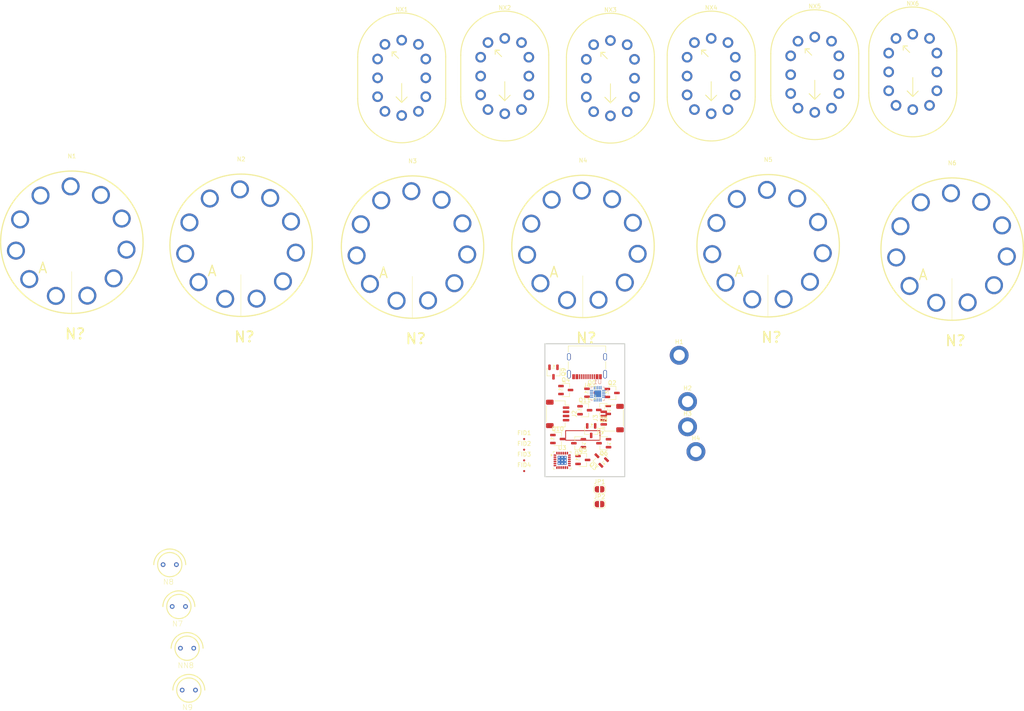
<source format=kicad_pcb>
(kicad_pcb (version 20241229) (generator "pcbnew") (generator_version "9.0")
  (layers (0 "F.Cu" signal) (2 "B.Cu" signal) (13 "F.Paste" user) (15 "B.Paste" user) (5 "F.SilkS" user "F.Silkscreen") (7 "B.SilkS" user "B.Silkscreen") (1 "F.Mask" user) (3 "B.Mask" user) (25 "Edge.Cuts" user))
  (net 0 "")
  (net 13 "INT_GATE")
  (net 14 "Net-(JP1-B)")
  (net 15 "EXT_GATE")
  (net 16 "CATH1")
  (net 17 "CATH4")
  (net 18 "CATH2")
  (net 19 "CATH8")
  (net 20 "CATH0")
  (net 21 "CATH5")
  (net 22 "CATH3")
  (net 23 "CATH7")
  (net 24 "CATH6")
  (net 25 "CATH9")
  (net 26 "+5V")
  (net 110 "DIG_0")
  (net 111 "DIG_1")
  (net 122 "DIG_2")
  (net 123 "GND")
  (net 126 "DIG_3")
  (net 136 "DIG_4")
  (net 137 "DIG_5")
  (net 138 "DIG_6")
  (net 139 "DIG_7")
  (net 140 "DIG_8")
  (net 141 "DIG_9")
  (net 142 "DIG_AUX")
  (net 143 "CATHAUX")
  (net 144 "CATHDP")
  (net 145 "DIG_DP")
  (net 146 "PROGRAM")
  (net 147 "Net-(N1-PadA)")
  (net 148 "Net-(N2-PadA)")
  (net 149 "Net-(N3-PadA)")
  (net 150 "Net-(N4-PadA)")
  (net 151 "Net-(N5-PadA)")
  (net 152 "Net-(N6-PadA)")
  (net 189 "Net-(J4-GND-PadA1)")
  (net 191 "Net-(J4-VBUS-PadA4)")
  (footprint "NIXIE:IN-12A Nixie" (layer "F.Cu") (at 236.7534 39.3192)
    (property "Reference" "NX6" (at 0 -16.327 0) (layer "F.SilkS"))
    (property "Value" "IN-12BORIGINAL")
    (pad "" np_thru_hole circle (at 0 0) (size 2.54 2.54) (drill 5) (layers "*.Cu" "*.Mask"))
    (pad "1" thru_hole circle (at -4 -8) (size 2.54 2.54) (drill 1.55) (layers "*.Cu" "*.Mask"))
    (pad "2" thru_hole circle (at -5.74999 -4.5) (size 2.54 2.54) (drill 1.55) (layers "*.Cu" "*.Mask"))
    (pad "3" thru_hole circle (at -5.75 0) (size 2.54 2.54) (drill 1.55) (layers "*.Cu" "*.Mask"))
    (pad "4" thru_hole circle (at -5.75 4.5) (size 2.54 2.54) (drill 1.55) (layers "*.Cu" "*.Mask"))
    (pad "5" thru_hole circle (at -4 8) (size 2.54 2.54) (drill 1.55) (layers "*.Cu" "*.Mask"))
    (pad "6" thru_hole circle (at 0 9) (size 2.54 2.54) (drill 1.55) (layers "*.Cu" "*.Mask"))
    (pad "7" thru_hole circle (at 4 8) (size 2.54 2.54) (drill 1.55) (layers "*.Cu" "*.Mask"))
    (pad "8" thru_hole circle (at 5.75 4.5) (size 2.54 2.54) (drill 1.55) (layers "*.Cu" "*.Mask"))
    (pad "9" thru_hole circle (at 5.75 0) (size 2.54 2.54) (drill 1.55) (layers "*.Cu" "*.Mask"))
    (pad "10" thru_hole circle (at 5.75 -4.5) (size 2.54 2.54) (drill 1.55) (layers "*.Cu" "*.Mask"))
    (pad "11" thru_hole circle (at 4 -8) (size 2.54 2.54) (drill 1.55) (layers "*.Cu" "*.Mask"))
    (pad "12" thru_hole circle (at 0 -9) (size 2.54 2.54) (drill 1.55) (layers "*.Cu" "*.Mask"))
  )
  (footprint "Connector_USB:USB_C_Receptacle_Palconn_UTC16-G" (layer "F.Cu") (at 159 109.598858 180)
    (property "Reference" "J4" (at 0 -4.58 0) (layer "F.SilkS"))
    (property "Value" "USB_C_Receptacle_USB2.0_14P")
    (pad "" np_thru_hole circle (at -2.89 -1.45) (size 0.6 0.6) (drill 0.6) (layers "*.Cu" "*.Mask"))
    (pad "" np_thru_hole circle (at 2.89 -1.45) (size 0.6 0.6) (drill 0.6) (layers "*.Cu" "*.Mask"))
    (pad "A1" smd rect (at -3.2 -2.51 180) (size 0.6 1.16) (layers "F.Cu" "F.Mask" "F.Paste") (net 189 "Net-(J4-GND-PadA1)"))
    (pad "A4" smd rect (at -2.4 -2.51 180) (size 0.6 1.16) (layers "F.Cu" "F.Mask" "F.Paste") (net 191 "Net-(J4-VBUS-PadA4)"))
    (pad "A5" smd rect (at -1.249999 -2.51) (size 0.3 1.16) (layers "F.Cu" "F.Mask" "F.Paste"))
    (pad "A6" smd rect (at -0.25 -2.51) (size 0.3 1.16) (layers "F.Cu" "F.Mask" "F.Paste"))
    (pad "A7" smd rect (at 0.25 -2.51) (size 0.3 1.16) (layers "F.Cu" "F.Mask" "F.Paste"))
    (pad "A8" smd rect (at 1.249999 -2.51) (size 0.3 1.16) (layers "F.Cu" "F.Mask" "F.Paste"))
    (pad "A9" smd rect (at 2.4 -2.51 180) (size 0.6 1.16) (layers "F.Cu" "F.Mask" "F.Paste") (net 191 "Net-(J4-VBUS-PadA4)"))
    (pad "A12" smd rect (at 3.2 -2.51 180) (size 0.6 1.16) (layers "F.Cu" "F.Mask" "F.Paste") (net 189 "Net-(J4-GND-PadA1)"))
    (pad "B1" smd rect (at 3.2 -2.51 180) (size 0.6 1.16) (layers "F.Cu" "F.Mask" "F.Paste") (net 189 "Net-(J4-GND-PadA1)"))
    (pad "B4" smd rect (at 2.4 -2.51 180) (size 0.6 1.16) (layers "F.Cu" "F.Mask" "F.Paste") (net 191 "Net-(J4-VBUS-PadA4)"))
    (pad "B5" smd rect (at 1.75 -2.51) (size 0.3 1.16) (layers "F.Cu" "F.Mask" "F.Paste"))
    (pad "B6" smd rect (at 0.75 -2.51) (size 0.3 1.16) (layers "F.Cu" "F.Mask" "F.Paste"))
    (pad "B7" smd rect (at -0.75 -2.51) (size 0.3 1.16) (layers "F.Cu" "F.Mask" "F.Paste"))
    (pad "B8" smd rect (at -1.75 -2.51) (size 0.3 1.16) (layers "F.Cu" "F.Mask" "F.Paste"))
    (pad "B9" smd rect (at -2.4 -2.51 180) (size 0.6 1.16) (layers "F.Cu" "F.Mask" "F.Paste") (net 191 "Net-(J4-VBUS-PadA4)"))
    (pad "B12" smd rect (at -3.2 -2.51 180) (size 0.6 1.16) (layers "F.Cu" "F.Mask" "F.Paste") (net 189 "Net-(J4-GND-PadA1)"))
    (pad "S1" thru_hole oval (at -4.32 -1.93 270) (size 2 0.9) (drill oval 1.7 0.6) (property pad_prop_heatsink) (layers "*.Cu" "*.Mask"))
    (pad "S1" thru_hole oval (at -4.32 2.24 270) (size 1.7 0.9) (drill oval 1.4 0.6) (property pad_prop_heatsink) (layers "*.Cu" "*.Mask"))
    (pad "S1" thru_hole oval (at 4.32 -1.93 270) (size 2 0.9) (drill oval 1.7 0.6) (property pad_prop_heatsink) (layers "*.Cu" "*.Mask"))
    (pad "S1" thru_hole oval (at 4.32 2.24 270) (size 1.7 0.9) (drill oval 1.4 0.6) (property pad_prop_heatsink) (layers "*.Cu" "*.Mask"))
  )
  (footprint "Connector_JST:JST_SH_SM04B-SRSS-TB_1x04-1MP_P1.00mm_Horizontal" (layer "F.Cu") (at 152 121 -90)
    (property "Reference" "J2" (at 0 -3.98 90) (layer "F.SilkS"))
    (property "Value" "Conn_01x04")
    (pad "1" smd roundrect (at -1.5 -2 270) (size 0.6 1.55) (layers "F.Cu" "F.Mask" "F.Paste"))
    (pad "2" smd roundrect (at -0.5 -2 270) (size 0.6 1.55) (layers "F.Cu" "F.Mask" "F.Paste"))
    (pad "3" smd roundrect (at 0.5 -2 270) (size 0.6 1.55) (layers "F.Cu" "F.Mask" "F.Paste"))
    (pad "4" smd roundrect (at 1.5 -2 270) (size 0.6 1.55) (layers "F.Cu" "F.Mask" "F.Paste"))
    (pad "MP" smd roundrect (at -2.8 1.875 270) (size 1.2 1.8) (layers "F.Cu" "F.Mask" "F.Paste") (roundrect_rratio 0.208333))
    (pad "MP" smd roundrect (at 2.8 1.875 270) (size 1.2 1.8) (layers "F.Cu" "F.Mask" "F.Paste") (roundrect_rratio 0.208333))
  )
  (footprint "NIXIE:IN-1_NIXIE_v1" (layer "F.Cu") (at 246.1072 81.636)
    (property "Reference" "N6" (at 0.05 -20.55 0) (layer "F.SilkS"))
    (property "Value" "IN-1")
    (fp_text user "N?" (at -1.8 23.35 0) (layer "F.SilkS") (effects (font (size 2.5 2.5) (thickness 0.4)) (justify left bottom)))
    (fp_text user "A" (at -8.15 7.6 0) (layer "F.SilkS") (effects (font (size 2.5 2.5) (thickness 0.3)) (justify left bottom)))
    (pad "" np_thru_hole circle (at -0.120884 -0.011758 283) (size 0.1 0.1) (drill 9) (layers "*.Cu" "*.Mask"))
    (pad "0" thru_hole circle (at -10.117567 8.806764 193) (size 4.3 4.3) (drill 3.2) (layers "*.Cu" "*.Mask"))
    (pad "1" thru_hole circle (at 3.747899 12.744908 193) (size 4.3 4.3) (drill 3.2) (layers "*.Cu" "*.Mask"))
    (pad "2" thru_hole circle (at 10.030522 8.628207 193) (size 4.3 4.3) (drill 3.2) (layers "*.Cu" "*.Mask"))
    (pad "3" thru_hole circle (at 13.090141 1.768373 193) (size 4.3 4.3) (drill 3.2) (layers "*.Cu" "*.Mask"))
    (pad "4" thru_hole circle (at 11.955346 -5.656641 193) (size 4.3 4.3) (drill 3.2) (layers "*.Cu" "*.Mask"))
    (pad "5" thru_hole circle (at 6.986427 -11.28944 193) (size 4.3 4.3) (drill 3.2) (layers "*.Cu" "*.Mask"))
    (pad "6" thru_hole circle (at -0.239016 -13.34165 193) (size 4.3 4.3) (drill 3.2) (layers "*.Cu" "*.Mask"))
    (pad "7" thru_hole circle (at -7.426952 -11.161706 193) (size 4.3 4.3) (drill 3.2) (layers "*.Cu" "*.Mask"))
    (pad "8" thru_hole circle (at -12.29526 -5.441726 193) (size 4.3 4.3) (drill 3.2) (layers "*.Cu" "*.Mask"))
    (pad "9" thru_hole circle (at -13.298282 2.002234 193) (size 4.3 4.3) (drill 3.2) (layers "*.Cu" "*.Mask"))
    (pad "A" thru_hole circle (at -3.76297 12.811472 193) (size 4.3 4.3) (drill 3.2) (layers "*.Cu" "*.Mask") (net 152 "Net-(N6-PadA)"))
  )
  (footprint "NIXIE:IN-12A Nixie" (layer "F.Cu") (at 213.36 39.9796)
    (property "Reference" "NX5" (at 0 -16.327 0) (layer "F.SilkS"))
    (property "Value" "IN-12BORIGINAL")
    (pad "" np_thru_hole circle (at 0 0) (size 2.54 2.54) (drill 5) (layers "*.Cu" "*.Mask"))
    (pad "1" thru_hole circle (at -4 -8) (size 2.54 2.54) (drill 1.55) (layers "*.Cu" "*.Mask"))
    (pad "2" thru_hole circle (at -5.74999 -4.5) (size 2.54 2.54) (drill 1.55) (layers "*.Cu" "*.Mask"))
    (pad "3" thru_hole circle (at -5.75 0) (size 2.54 2.54) (drill 1.55) (layers "*.Cu" "*.Mask"))
    (pad "4" thru_hole circle (at -5.75 4.5) (size 2.54 2.54) (drill 1.55) (layers "*.Cu" "*.Mask"))
    (pad "5" thru_hole circle (at -4 8) (size 2.54 2.54) (drill 1.55) (layers "*.Cu" "*.Mask"))
    (pad "6" thru_hole circle (at 0 9) (size 2.54 2.54) (drill 1.55) (layers "*.Cu" "*.Mask"))
    (pad "7" thru_hole circle (at 4 8) (size 2.54 2.54) (drill 1.55) (layers "*.Cu" "*.Mask"))
    (pad "8" thru_hole circle (at 5.75 4.5) (size 2.54 2.54) (drill 1.55) (layers "*.Cu" "*.Mask"))
    (pad "9" thru_hole circle (at 5.75 0) (size 2.54 2.54) (drill 1.55) (layers "*.Cu" "*.Mask"))
    (pad "10" thru_hole circle (at 5.75 -4.5) (size 2.54 2.54) (drill 1.55) (layers "*.Cu" "*.Mask"))
    (pad "11" thru_hole circle (at 4 -8) (size 2.54 2.54) (drill 1.55) (layers "*.Cu" "*.Mask"))
    (pad "12" thru_hole circle (at 0 -9) (size 2.54 2.54) (drill 1.55) (layers "*.Cu" "*.Mask"))
  )
  (footprint "Jumper:SolderJumper-2_P1.3mm_Open_RoundedPad1.0x1.5mm" (layer "F.Cu") (at 162 139)
    (property "Reference" "JP1" (at 0 -1.8 0) (layer "F.SilkS"))
    (property "Value" "TH_THERM_JMP")
    (pad "1" smd custom (at -0.65 0) (size 1 0.5) (layers "F.Cu" "F.Mask") (net 13 "INT_GATE") (options (clearance outline) (anchor rect)) (primitives (gr_circle (center 0 0.25) (end 0.5 0.25) (width 0) (fill yes)) (gr_circle (center 0 -0.25) (end 0.5 -0.25) (width 0) (fill yes)) (gr_poly (pts (xy 0.5 0.75) (xy 0 0.75) (xy 0 -0.75) (xy 0.5 -0.75)) (width 0) (fill yes))))
    (pad "2" smd custom (at 0.65 0) (size 1 0.5) (layers "F.Cu" "F.Mask") (net 14 "Net-(JP1-B)") (options (clearance outline) (anchor rect)) (primitives (gr_circle (center 0 0.25) (end 0.5 0.25) (width 0) (fill yes)) (gr_circle (center 0 -0.25) (end 0.5 -0.25) (width 0) (fill yes)) (gr_poly (pts (xy 0 0.75) (xy -0.5 0.75) (xy -0.5 -0.75) (xy 0 -0.75)) (width 0) (fill yes))))
  )
  (footprint "Fiducial:Fiducial_0.5mm_Mask1mm" (layer "F.Cu") (at 144 129.55)
    (property "Reference" "FID2" (at 0 -1.45 0) (layer "F.SilkS"))
    (property "Value" "Fiducial")
    (pad "" smd circle (at 0 0) (size 0.5 0.5) (layers "F.Cu" "F.Mask") (clearance 0.35))
  )
  (footprint "nixies-us:nixies-us-IN-3" (layer "F.Cu") (at 63.5537 176.9598)
    (property "Reference" "NN8" (at -0.3175 4.1275 0) (layer "F.SilkS") (effects (font (size 1.27 1.27) (thickness 0.1016))))
    (property "Value" "IN-3")
    (pad "A" thru_hole circle (at -1.5875 0) (size 1.10744 1.10744) (drill 0.59944) (layers "*.Cu" "*.Mask"))
    (pad "K" thru_hole circle (at 1.5875 0) (size 1.10744 1.10744) (drill 0.59944) (layers "*.Cu" "*.Mask"))
  )
  (footprint "NIXIE:IN-1_NIXIE_v1" (layer "F.Cu") (at 36 80)
    (property "Reference" "N1" (at 0.05 -20.55 0) (layer "F.SilkS"))
    (property "Value" "IN-1")
    (fp_text user "A" (at -8.15 7.6 0) (layer "F.SilkS") (effects (font (size 2.5 2.5) (thickness 0.3)) (justify left bottom)))
    (fp_text user "N?" (at -1.8 23.35 0) (layer "F.SilkS") (effects (font (size 2.5 2.5) (thickness 0.4)) (justify left bottom)))
    (pad "" np_thru_hole circle (at -0.120884 -0.011758 283) (size 0.1 0.1) (drill 9) (layers "*.Cu" "*.Mask"))
    (pad "0" thru_hole circle (at -10.117567 8.806764 193) (size 4.3 4.3) (drill 3.2) (layers "*.Cu" "*.Mask") (net 20 "CATH0"))
    (pad "1" thru_hole circle (at 3.747899 12.744908 193) (size 4.3 4.3) (drill 3.2) (layers "*.Cu" "*.Mask") (net 16 "CATH1"))
    (pad "2" thru_hole circle (at 10.030522 8.628207 193) (size 4.3 4.3) (drill 3.2) (layers "*.Cu" "*.Mask") (net 18 "CATH2"))
    (pad "3" thru_hole circle (at 13.090141 1.768373 193) (size 4.3 4.3) (drill 3.2) (layers "*.Cu" "*.Mask") (net 22 "CATH3"))
    (pad "4" thru_hole circle (at 11.955346 -5.656641 193) (size 4.3 4.3) (drill 3.2) (layers "*.Cu" "*.Mask") (net 17 "CATH4"))
    (pad "5" thru_hole circle (at 6.986427 -11.28944 193) (size 4.3 4.3) (drill 3.2) (layers "*.Cu" "*.Mask") (net 21 "CATH5"))
    (pad "6" thru_hole circle (at -0.239016 -13.34165 193) (size 4.3 4.3) (drill 3.2) (layers "*.Cu" "*.Mask") (net 24 "CATH6"))
    (pad "7" thru_hole circle (at -7.426952 -11.161706 193) (size 4.3 4.3) (drill 3.2) (layers "*.Cu" "*.Mask") (net 23 "CATH7"))
    (pad "8" thru_hole circle (at -12.29526 -5.441726 193) (size 4.3 4.3) (drill 3.2) (layers "*.Cu" "*.Mask") (net 19 "CATH8"))
    (pad "9" thru_hole circle (at -13.298282 2.002234 193) (size 4.3 4.3) (drill 3.2) (layers "*.Cu" "*.Mask") (net 25 "CATH9"))
    (pad "A" thru_hole circle (at -3.76297 12.811472 193) (size 4.3 4.3) (drill 3.2) (layers "*.Cu" "*.Mask") (net 147 "Net-(N1-PadA)"))
  )
  (footprint "Package_TO_SOT_SMD:SOT-23-3" (layer "F.Cu") (at 158 132)
    (property "Reference" "Q5" (at 0 -2.4 0) (layer "F.SilkS"))
    (property "Value" "Q_NMOS")
    (pad "1" smd roundrect (at -1.1375 -0.95) (size 1.325 0.6) (layers "F.Cu" "F.Mask" "F.Paste") (net 137 "DIG_5"))
    (pad "2" smd roundrect (at -1.1375 0.95) (size 1.325 0.6) (layers "F.Cu" "F.Mask" "F.Paste") (net 123 "GND"))
    (pad "3" smd roundrect (at 1.1375 0) (size 1.325 0.6) (layers "F.Cu" "F.Mask" "F.Paste") (net 21 "CATH5"))
  )
  (footprint "NIXIE:IN-12A Nixie" (layer "F.Cu") (at 139.3698 40.3098)
    (property "Reference" "NX2" (at 0 -16.327 0) (layer "F.SilkS"))
    (property "Value" "IN-12BORIGINAL")
    (pad "" np_thru_hole circle (at 0 0) (size 2.54 2.54) (drill 5) (layers "*.Cu" "*.Mask"))
    (pad "1" thru_hole circle (at -4 -8) (size 2.54 2.54) (drill 1.55) (layers "*.Cu" "*.Mask"))
    (pad "2" thru_hole circle (at -5.74999 -4.5) (size 2.54 2.54) (drill 1.55) (layers "*.Cu" "*.Mask"))
    (pad "3" thru_hole circle (at -5.75 0) (size 2.54 2.54) (drill 1.55) (layers "*.Cu" "*.Mask"))
    (pad "4" thru_hole circle (at -5.75 4.5) (size 2.54 2.54) (drill 1.55) (layers "*.Cu" "*.Mask"))
    (pad "5" thru_hole circle (at -4 8) (size 2.54 2.54) (drill 1.55) (layers "*.Cu" "*.Mask"))
    (pad "6" thru_hole circle (at 0 9) (size 2.54 2.54) (drill 1.55) (layers "*.Cu" "*.Mask"))
    (pad "7" thru_hole circle (at 4 8) (size 2.54 2.54) (drill 1.55) (layers "*.Cu" "*.Mask"))
    (pad "8" thru_hole circle (at 5.75 4.5) (size 2.54 2.54) (drill 1.55) (layers "*.Cu" "*.Mask"))
    (pad "9" thru_hole circle (at 5.75 0) (size 2.54 2.54) (drill 1.55) (layers "*.Cu" "*.Mask"))
    (pad "10" thru_hole circle (at 5.75 -4.5) (size 2.54 2.54) (drill 1.55) (layers "*.Cu" "*.Mask"))
    (pad "11" thru_hole circle (at 4 -8) (size 2.54 2.54) (drill 1.55) (layers "*.Cu" "*.Mask"))
    (pad "12" thru_hole circle (at 0 -9) (size 2.54 2.54) (drill 1.55) (layers "*.Cu" "*.Mask"))
  )
  (footprint "Fiducial:Fiducial_0.5mm_Mask1mm" (layer "F.Cu") (at 144 127)
    (property "Reference" "FID1" (at 0 -1.45 0) (layer "F.SilkS"))
    (property "Value" "Fiducial")
    (pad "" smd circle (at 0 0) (size 0.5 0.5) (layers "F.Cu" "F.Mask") (clearance 0.35))
  )
  (footprint "Jumper:SolderJumper-2_P1.3mm_Open_RoundedPad1.0x1.5mm" (layer "F.Cu") (at 162 142.55)
    (property "Reference" "JP2" (at 0 -1.8 0) (layer "F.SilkS"))
    (property "Value" "TH_THERM_JMP")
    (pad "1" smd custom (at -0.65 0) (size 1 0.5) (layers "F.Cu" "F.Mask") (net 15 "EXT_GATE") (options (clearance outline) (anchor rect)) (primitives (gr_circle (center 0 0.25) (end 0.5 0.25) (width 0) (fill yes)) (gr_circle (center 0 -0.25) (end 0.5 -0.25) (width 0) (fill yes)) (gr_poly (pts (xy 0.5 0.75) (xy 0 0.75) (xy 0 -0.75) (xy 0.5 -0.75)) (width 0) (fill yes))))
    (pad "2" smd custom (at 0.65 0) (size 1 0.5) (layers "F.Cu" "F.Mask") (net 14 "Net-(JP1-B)") (options (clearance outline) (anchor rect)) (primitives (gr_circle (center 0 0.25) (end 0.5 0.25) (width 0) (fill yes)) (gr_circle (center 0 -0.25) (end 0.5 -0.25) (width 0) (fill yes)) (gr_poly (pts (xy 0 0.75) (xy -0.5 0.75) (xy -0.5 -0.75) (xy 0 -0.75)) (width 0) (fill yes))))
  )
  (footprint "MountingHole:MountingHole_2.7mm_M2.5_ISO7380_Pad_TopBottom" (layer "F.Cu") (at 181 107)
    (property "Reference" "H1" (at 0 -3.2 0) (layer "F.SilkS"))
    (property "Value" "MountingHole")
    (pad "1" thru_hole circle (at 0 0) (size 3.1 3.1) (drill 2.7) (layers "*.Cu" "*.Mask"))
    (pad "1" connect circle (at 0 0) (size 4.5 4.5) (layers "F.Cu" "F.Mask"))
    (pad "1" connect circle (at 0 0) (size 4.5 4.5) (layers "B.Cu" "B.Mask"))
  )
  (footprint "Package_TO_SOT_SMD:SOT-23-3" (layer "F.Cu") (at 162.940929 120.054139 180)
    (property "Reference" "Q8" (at 0 -2.4 0) (layer "F.SilkS"))
    (property "Value" "Q_NMOS")
    (pad "1" smd roundrect (at -1.1375 -0.949999 180) (size 1.325 0.6) (layers "F.Cu" "F.Mask" "F.Paste") (net 140 "DIG_8"))
    (pad "2" smd roundrect (at -1.1375 0.949999 180) (size 1.325 0.6) (layers "F.Cu" "F.Mask" "F.Paste") (net 123 "GND"))
    (pad "3" smd roundrect (at 1.1375 0 180) (size 1.325 0.6) (layers "F.Cu" "F.Mask" "F.Paste") (net 19 "CATH8"))
  )
  (footprint "Package_TO_SOT_SMD:SOT-23-3" (layer "F.Cu") (at 162.177743 131.799561 135)
    (property "Reference" "Q3" (at 0 -2.4 135) (layer "F.SilkS"))
    (property "Value" "Q_NMOS")
    (pad "1" smd roundrect (at -1.1375 -0.949999 135) (size 1.325 0.6) (layers "F.Cu" "F.Mask" "F.Paste") (net 126 "DIG_3"))
    (pad "2" smd roundrect (at -1.1375 0.949999 135) (size 1.325 0.6) (layers "F.Cu" "F.Mask" "F.Paste") (net 123 "GND"))
    (pad "3" smd roundrect (at 1.1375 0 135) (size 1.325 0.6) (layers "F.Cu" "F.Mask" "F.Paste") (net 22 "CATH3"))
  )
  (footprint "nixies-us:nixies-us-IN-3" (layer "F.Cu") (at 63.9662 186.9598)
    (property "Reference" "N9" (at -0.3175 4.1275 0) (layer "F.SilkS") (effects (font (size 1.27 1.27) (thickness 0.1016))))
    (property "Value" "IN-3")
    (pad "A" thru_hole circle (at -1.5875 0) (size 1.10744 1.10744) (drill 0.59944) (layers "*.Cu" "*.Mask"))
    (pad "K" thru_hole circle (at 1.5875 0) (size 1.10744 1.10744) (drill 0.59944) (layers "*.Cu" "*.Mask"))
  )
  (footprint "MountingHole:MountingHole_2.7mm_M2.5_ISO7380_Pad_TopBottom" (layer "F.Cu") (at 185 130)
    (property "Reference" "H4" (at 0 -3.2 0) (layer "F.SilkS"))
    (property "Value" "MountingHole")
    (pad "1" thru_hole circle (at 0 0) (size 3.1 3.1) (drill 2.7) (layers "*.Cu" "*.Mask"))
    (pad "1" connect circle (at 0 0) (size 4.5 4.5) (layers "F.Cu" "F.Mask"))
    (pad "1" connect circle (at 0 0) (size 4.5 4.5) (layers "B.Cu" "B.Mask"))
  )
  (footprint "Package_TO_SOT_SMD:SOT-23-3" (layer "F.Cu") (at 152 127)
    (property "Reference" "Q10" (at 0 -2.4 0) (layer "F.SilkS"))
    (property "Value" "Q_NMOS")
    (pad "1" smd roundrect (at -1.1375 -0.95) (size 1.325 0.6) (layers "F.Cu" "F.Mask" "F.Paste") (net 142 "DIG_AUX"))
    (pad "2" smd roundrect (at -1.1375 0.95) (size 1.325 0.6) (layers "F.Cu" "F.Mask" "F.Paste") (net 123 "GND"))
    (pad "3" smd roundrect (at 1.1375 0) (size 1.325 0.6) (layers "F.Cu" "F.Mask" "F.Paste") (net 143 "CATHAUX"))
  )
  (footprint "Package_TO_SOT_SMD:SOT-23-3" (layer "F.Cu") (at 151 111 -90)
    (property "Reference" "Q9" (at 0 -2.4 90) (layer "F.SilkS"))
    (property "Value" "Q_NMOS")
    (pad "1" smd roundrect (at -1.1375 -0.949999 270) (size 1.325 0.6) (layers "F.Cu" "F.Mask" "F.Paste") (net 141 "DIG_9"))
    (pad "2" smd roundrect (at -1.1375 0.949999 270) (size 1.325 0.6) (layers "F.Cu" "F.Mask" "F.Paste") (net 123 "GND"))
    (pad "3" smd roundrect (at 1.1375 0 270) (size 1.325 0.6) (layers "F.Cu" "F.Mask" "F.Paste") (net 25 "CATH9"))
  )
  (footprint "NIXIE:IN-1_NIXIE_v1" (layer "F.Cu") (at 202.1876 80.836)
    (property "Reference" "N5" (at 0.05 -20.55 0) (layer "F.SilkS"))
    (property "Value" "IN-1")
    (fp_text user "N?" (at -1.8 23.35 0) (layer "F.SilkS") (effects (font (size 2.5 2.5) (thickness 0.4)) (justify left bottom)))
    (fp_text user "A" (at -8.15 7.6 0) (layer "F.SilkS") (effects (font (size 2.5 2.5) (thickness 0.3)) (justify left bottom)))
    (pad "" np_thru_hole circle (at -0.120884 -0.011758 283) (size 0.1 0.1) (drill 9) (layers "*.Cu" "*.Mask"))
    (pad "0" thru_hole circle (at -10.117567 8.806764 193) (size 4.3 4.3) (drill 3.2) (layers "*.Cu" "*.Mask"))
    (pad "1" thru_hole circle (at 3.747899 12.744908 193) (size 4.3 4.3) (drill 3.2) (layers "*.Cu" "*.Mask"))
    (pad "2" thru_hole circle (at 10.030522 8.628207 193) (size 4.3 4.3) (drill 3.2) (layers "*.Cu" "*.Mask"))
    (pad "3" thru_hole circle (at 13.090141 1.768373 193) (size 4.3 4.3) (drill 3.2) (layers "*.Cu" "*.Mask"))
    (pad "4" thru_hole circle (at 11.955346 -5.656641 193) (size 4.3 4.3) (drill 3.2) (layers "*.Cu" "*.Mask"))
    (pad "5" thru_hole circle (at 6.986427 -11.28944 193) (size 4.3 4.3) (drill 3.2) (layers "*.Cu" "*.Mask"))
    (pad "6" thru_hole circle (at -0.239016 -13.34165 193) (size 4.3 4.3) (drill 3.2) (layers "*.Cu" "*.Mask"))
    (pad "7" thru_hole circle (at -7.426952 -11.161706 193) (size 4.3 4.3) (drill 3.2) (layers "*.Cu" "*.Mask"))
    (pad "8" thru_hole circle (at -12.29526 -5.441726 193) (size 4.3 4.3) (drill 3.2) (layers "*.Cu" "*.Mask"))
    (pad "9" thru_hole circle (at -13.298282 2.002234 193) (size 4.3 4.3) (drill 3.2) (layers "*.Cu" "*.Mask"))
    (pad "A" thru_hole circle (at -3.76297 12.811472 193) (size 4.3 4.3) (drill 3.2) (layers "*.Cu" "*.Mask") (net 151 "Net-(N5-PadA)"))
  )
  (footprint "nixies-us:nixies-us-IN-3" (layer "F.Cu") (at 59.4125 157)
    (property "Reference" "N8" (at -0.3175 4.1275 0) (layer "F.SilkS") (effects (font (size 1.27 1.27) (thickness 0.1016))))
    (property "Value" "IN-3")
    (pad "A" thru_hole circle (at -1.5875 0) (size 1.10744 1.10744) (drill 0.59944) (layers "*.Cu" "*.Mask"))
    (pad "K" thru_hole circle (at 1.5875 0) (size 1.10744 1.10744) (drill 0.59944) (layers "*.Cu" "*.Mask"))
  )
  (footprint "Connector_JST:JST_SH_SM04B-SRSS-TB_1x04-1MP_P1.00mm_Horizontal" (layer "F.Cu") (at 165 122 90)
    (property "Reference" "J3" (at 0 -3.98 90) (layer "F.SilkS"))
    (property "Value" "Conn_01x04")
    (pad "1" smd roundrect (at -1.5 -2 90) (size 0.6 1.55) (layers "F.Cu" "F.Mask" "F.Paste"))
    (pad "2" smd roundrect (at -0.5 -2 90) (size 0.6 1.55) (layers "F.Cu" "F.Mask" "F.Paste"))
    (pad "3" smd roundrect (at 0.5 -2 90) (size 0.6 1.55) (layers "F.Cu" "F.Mask" "F.Paste"))
    (pad "4" smd roundrect (at 1.5 -2 90) (size 0.6 1.55) (layers "F.Cu" "F.Mask" "F.Paste"))
    (pad "MP" smd roundrect (at -2.8 1.875 90) (size 1.2 1.8) (layers "F.Cu" "F.Mask" "F.Paste") (roundrect_rratio 0.208333))
    (pad "MP" smd roundrect (at 2.8 1.875 90) (size 1.2 1.8) (layers "F.Cu" "F.Mask" "F.Paste") (roundrect_rratio 0.208333))
  )
  (footprint "NIXIE:IN-1_NIXIE_v1" (layer "F.Cu") (at 158 81)
    (property "Reference" "N4" (at 0.05 -20.55 0) (layer "F.SilkS"))
    (property "Value" "IN-1")
    (fp_text user "N?" (at -1.8 23.35 0) (layer "F.SilkS") (effects (font (size 2.5 2.5) (thickness 0.4)) (justify left bottom)))
    (fp_text user "A" (at -8.15 7.6 0) (layer "F.SilkS") (effects (font (size 2.5 2.5) (thickness 0.3)) (justify left bottom)))
    (pad "" np_thru_hole circle (at -0.120884 -0.011758 283) (size 0.1 0.1) (drill 9) (layers "*.Cu" "*.Mask"))
    (pad "0" thru_hole circle (at -10.117567 8.806764 193) (size 4.3 4.3) (drill 3.2) (layers "*.Cu" "*.Mask"))
    (pad "1" thru_hole circle (at 3.747899 12.744908 193) (size 4.3 4.3) (drill 3.2) (layers "*.Cu" "*.Mask"))
    (pad "2" thru_hole circle (at 10.030522 8.628207 193) (size 4.3 4.3) (drill 3.2) (layers "*.Cu" "*.Mask"))
    (pad "3" thru_hole circle (at 13.090141 1.768373 193) (size 4.3 4.3) (drill 3.2) (layers "*.Cu" "*.Mask"))
    (pad "4" thru_hole circle (at 11.955346 -5.656641 193) (size 4.3 4.3) (drill 3.2) (layers "*.Cu" "*.Mask"))
    (pad "5" thru_hole circle (at 6.986427 -11.28944 193) (size 4.3 4.3) (drill 3.2) (layers "*.Cu" "*.Mask"))
    (pad "6" thru_hole circle (at -0.239016 -13.34165 193) (size 4.3 4.3) (drill 3.2) (layers "*.Cu" "*.Mask"))
    (pad "7" thru_hole circle (at -7.426952 -11.161706 193) (size 4.3 4.3) (drill 3.2) (layers "*.Cu" "*.Mask"))
    (pad "8" thru_hole circle (at -12.29526 -5.441726 193) (size 4.3 4.3) (drill 3.2) (layers "*.Cu" "*.Mask"))
    (pad "9" thru_hole circle (at -13.298282 2.002234 193) (size 4.3 4.3) (drill 3.2) (layers "*.Cu" "*.Mask"))
    (pad "A" thru_hole circle (at -3.76297 12.811472 193) (size 4.3 4.3) (drill 3.2) (layers "*.Cu" "*.Mask") (net 150 "Net-(N4-PadA)"))
  )
  (footprint "NIXIE:IN-12A Nixie" (layer "F.Cu") (at 188.6458 40.3098)
    (property "Reference" "NX4" (at 0 -16.327 0) (layer "F.SilkS"))
    (property "Value" "IN-12BORIGINAL")
    (pad "" np_thru_hole circle (at 0 0) (size 2.54 2.54) (drill 5) (layers "*.Cu" "*.Mask"))
    (pad "1" thru_hole circle (at -4 -8) (size 2.54 2.54) (drill 1.55) (layers "*.Cu" "*.Mask"))
    (pad "2" thru_hole circle (at -5.74999 -4.5) (size 2.54 2.54) (drill 1.55) (layers "*.Cu" "*.Mask"))
    (pad "3" thru_hole circle (at -5.75 0) (size 2.54 2.54) (drill 1.55) (layers "*.Cu" "*.Mask"))
    (pad "4" thru_hole circle (at -5.75 4.5) (size 2.54 2.54) (drill 1.55) (layers "*.Cu" "*.Mask"))
    (pad "5" thru_hole circle (at -4 8) (size 2.54 2.54) (drill 1.55) (layers "*.Cu" "*.Mask"))
    (pad "6" thru_hole circle (at 0 9) (size 2.54 2.54) (drill 1.55) (layers "*.Cu" "*.Mask"))
    (pad "7" thru_hole circle (at 4 8) (size 2.54 2.54) (drill 1.55) (layers "*.Cu" "*.Mask"))
    (pad "8" thru_hole circle (at 5.75 4.5) (size 2.54 2.54) (drill 1.55) (layers "*.Cu" "*.Mask"))
    (pad "9" thru_hole circle (at 5.75 0) (size 2.54 2.54) (drill 1.55) (layers "*.Cu" "*.Mask"))
    (pad "10" thru_hole circle (at 5.75 -4.5) (size 2.54 2.54) (drill 1.55) (layers "*.Cu" "*.Mask"))
    (pad "11" thru_hole circle (at 4 -8) (size 2.54 2.54) (drill 1.55) (layers "*.Cu" "*.Mask"))
    (pad "12" thru_hole circle (at 0 -9) (size 2.54 2.54) (drill 1.55) (layers "*.Cu" "*.Mask"))
  )
  (footprint "Package_TO_SOT_SMD:SOT-23-3" (layer "F.Cu") (at 160.1375 115.95)
    (property "Reference" "Q0" (at 0 -2.4 0) (layer "F.SilkS"))
    (property "Value" "Q_NMOS")
    (pad "1" smd roundrect (at -1.1375 -0.95) (size 1.325 0.6) (layers "F.Cu" "F.Mask" "F.Paste") (net 110 "DIG_0"))
    (pad "2" smd roundrect (at -1.1375 0.95) (size 1.325 0.6) (layers "F.Cu" "F.Mask" "F.Paste") (net 123 "GND"))
    (pad "3" smd roundrect (at 1.1375 0) (size 1.325 0.6) (layers "F.Cu" "F.Mask" "F.Paste") (net 20 "CATH0"))
  )
  (footprint "Package_DFN_QFN:TQFN-24-1EP_4x4mm_P0.5mm_EP2.1x2.1mm_ThermalVias" (layer "F.Cu") (at 153.072398 132.100509)
    (property "Reference" "U3" (at 0 -3 0) (layer "F.SilkS"))
    (property "Value" "~")
    (pad "1" smd custom (at -1.7125 -1.25) (size 0.222721 0.222721) (layers "F.Cu" "F.Mask" "F.Paste") (options (clearance outline) (anchor circle)) (primitives (gr_poly (pts (xy -0.2525 -0.09) (xy 0.122292 -0.09) (xy 0.2525 0.040208) (xy 0.2525 0.09) (xy -0.2525 0.09)) (width 0.17) (fill yes))))
    (pad "2" smd roundrect (at -1.7125 -0.75) (size 0.675 0.35) (layers "F.Cu" "F.Mask" "F.Paste"))
    (pad "3" smd roundrect (at -1.7125 -0.25) (size 0.675 0.35) (layers "F.Cu" "F.Mask" "F.Paste"))
    (pad "4" smd roundrect (at -1.7125 0.25) (size 0.675 0.35) (layers "F.Cu" "F.Mask" "F.Paste"))
    (pad "5" smd roundrect (at -1.7125 0.75) (size 0.675 0.35) (layers "F.Cu" "F.Mask" "F.Paste"))
    (pad "6" smd custom (at -1.7125 1.25) (size 0.222721 0.222721) (layers "F.Cu" "F.Mask" "F.Paste") (options (clearance outline) (anchor circle)) (primitives (gr_poly (pts (xy -0.2525 -0.09) (xy 0.2525 -0.09) (xy 0.2525 -0.040208) (xy 0.122292 0.09) (xy -0.2525 0.09)) (width 0.17) (fill yes))))
    (pad "7" smd custom (at -1.25 1.7125) (size 0.222721 0.222721) (layers "F.Cu" "F.Mask" "F.Paste") (options (clearance outline) (anchor circle)) (primitives (gr_poly (pts (xy -0.09 -0.122292) (xy 0.040208 -0.2525) (xy 0.09 -0.2525) (xy 0.09 0.2525) (xy -0.09 0.2525)) (width 0.17) (fill yes))))
    (pad "8" smd roundrect (at -0.75 1.7125) (size 0.35 0.675) (layers "F.Cu" "F.Mask" "F.Paste"))
    (pad "9" smd roundrect (at -0.25 1.7125) (size 0.35 0.675) (layers "F.Cu" "F.Mask" "F.Paste"))
    (pad "10" smd roundrect (at 0.25 1.7125) (size 0.35 0.675) (layers "F.Cu" "F.Mask" "F.Paste"))
    (pad "11" smd roundrect (at 0.75 1.7125) (size 0.35 0.675) (layers "F.Cu" "F.Mask" "F.Paste"))
    (pad "12" smd custom (at 1.25 1.7125) (size 0.222721 0.222721) (layers "F.Cu" "F.Mask" "F.Paste") (options (clearance outline) (anchor circle)) (primitives (gr_poly (pts (xy -0.09 -0.2525) (xy -0.040208 -0.2525) (xy 0.09 -0.122292) (xy 0.09 0.2525) (xy -0.09 0.2525)) (width 0.17) (fill yes))))
    (pad "13" smd custom (at 1.7125 1.25) (size 0.222721 0.222721) (layers "F.Cu" "F.Mask" "F.Paste") (options (clearance outline) (anchor circle)) (primitives (gr_poly (pts (xy -0.2525 -0.09) (xy 0.2525 -0.09) (xy 0.2525 0.09) (xy -0.122292 0.09) (xy -0.2525 -0.040208)) (width 0.17) (fill yes))))
    (pad "14" smd roundrect (at 1.7125 0.75) (size 0.675 0.35) (layers "F.Cu" "F.Mask" "F.Paste"))
    (pad "15" smd roundrect (at 1.7125 0.25) (size 0.675 0.35) (layers "F.Cu" "F.Mask" "F.Paste"))
    (pad "16" smd roundrect (at 1.7125 -0.25) (size 0.675 0.35) (layers "F.Cu" "F.Mask" "F.Paste"))
    (pad "17" smd roundrect (at 1.7125 -0.75) (size 0.675 0.35) (layers "F.Cu" "F.Mask" "F.Paste"))
    (pad "18" smd custom (at 1.7125 -1.25) (size 0.222721 0.222721) (layers "F.Cu" "F.Mask" "F.Paste") (options (clearance outline) (anchor circle)) (primitives (gr_poly (pts (xy -0.2525 0.040208) (xy -0.122292 -0.09) (xy 0.2525 -0.09) (xy 0.2525 0.09) (xy -0.2525 0.09)) (width 0.17) (fill yes))))
    (pad "19" smd custom (at 1.25 -1.7125) (size 0.222721 0.222721) (layers "F.Cu" "F.Mask" "F.Paste") (options (clearance outline) (anchor circle)) (primitives (gr_poly (pts (xy -0.09 -0.2525) (xy 0.09 -0.2525) (xy 0.09 0.122292) (xy -0.040208 0.2525) (xy -0.09 0.2525)) (width 0.17) (fill yes))))
    (pad "20" smd roundrect (at 0.75 -1.7125) (size 0.35 0.675) (layers "F.Cu" "F.Mask" "F.Paste"))
    (pad "21" smd roundrect (at 0.25 -1.7125) (size 0.35 0.675) (layers "F.Cu" "F.Mask" "F.Paste"))
    (pad "22" smd roundrect (at -0.25 -1.7125) (size 0.35 0.675) (layers "F.Cu" "F.Mask" "F.Paste"))
    (pad "23" smd roundrect (at -0.75 -1.7125) (size 0.35 0.675) (layers "F.Cu" "F.Mask" "F.Paste"))
    (pad "24" smd custom (at -1.25 -1.7125) (size 0.222721 0.222721) (layers "F.Cu" "F.Mask" "F.Paste") (options (clearance outline) (anchor circle)) (primitives (gr_poly (pts (xy -0.09 -0.2525) (xy 0.09 -0.2525) (xy 0.09 0.2525) (xy 0.040208 0.2525) (xy -0.09 0.122292)) (width 0.17) (fill yes))))
    (pad "25" thru_hole circle (at -0.75 -0.75) (size 0.6 0.6) (drill 0.3) (property pad_prop_heatsink) (layers "*.Cu"))
    (pad "25" thru_hole circle (at -0.75 0) (size 0.6 0.6) (drill 0.3) (property pad_prop_heatsink) (layers "*.Cu"))
    (pad "25" thru_hole circle (at -0.75 0.75) (size 0.6 0.6) (drill 0.3) (property pad_prop_heatsink) (layers "*.Cu"))
    (pad "25" thru_hole circle (at 0 -0.75) (size 0.6 0.6) (drill 0.3) (property pad_prop_heatsink) (layers "*.Cu"))
    (pad "25" thru_hole circle (at 0 0) (size 0.6 0.6) (drill 0.3) (property pad_prop_heatsink) (layers "*.Cu"))
    (pad "25" smd rect (at 0 0) (size 2.1 2.1) (property pad_prop_heatsink) (layers "F.Cu" "F.Mask"))
    (pad "25" smd rect (at 0 0) (size 2.1 2.1) (property pad_prop_heatsink) (layers "B.Cu"))
    (pad "25" thru_hole circle (at 0 0.75) (size 0.6 0.6) (drill 0.3) (property pad_prop_heatsink) (layers "*.Cu"))
    (pad "25" thru_hole circle (at 0.75 -0.75) (size 0.6 0.6) (drill 0.3) (property pad_prop_heatsink) (layers "*.Cu"))
    (pad "25" thru_hole circle (at 0.75 0) (size 0.6 0.6) (drill 0.3) (property pad_prop_heatsink) (layers "*.Cu"))
    (pad "25" thru_hole circle (at 0.75 0.75) (size 0.6 0.6) (drill 0.3) (property pad_prop_heatsink) (layers "*.Cu"))
  )
  (footprint "NIXIE:IN-1_NIXIE_v1" (layer "F.Cu") (at 76.4032 80.7212)
    (property "Reference" "N2" (at 0.05 -20.55 0) (layer "F.SilkS"))
    (property "Value" "IN-1")
    (fp_text user "A" (at -8.15 7.6 0) (layer "F.SilkS") (effects (font (size 2.5 2.5) (thickness 0.3)) (justify left bottom)))
    (fp_text user "N?" (at -1.8 23.35 0) (layer "F.SilkS") (effects (font (size 2.5 2.5) (thickness 0.4)) (justify left bottom)))
    (pad "" np_thru_hole circle (at -0.120884 -0.011758 283) (size 0.1 0.1) (drill 9) (layers "*.Cu" "*.Mask"))
    (pad "0" thru_hole circle (at -10.117567 8.806764 193) (size 4.3 4.3) (drill 3.2) (layers "*.Cu" "*.Mask") (net 20 "CATH0"))
    (pad "1" thru_hole circle (at 3.747899 12.744908 193) (size 4.3 4.3) (drill 3.2) (layers "*.Cu" "*.Mask") (net 16 "CATH1"))
    (pad "2" thru_hole circle (at 10.030522 8.628207 193) (size 4.3 4.3) (drill 3.2) (layers "*.Cu" "*.Mask") (net 18 "CATH2"))
    (pad "3" thru_hole circle (at 13.090141 1.768373 193) (size 4.3 4.3) (drill 3.2) (layers "*.Cu" "*.Mask") (net 22 "CATH3"))
    (pad "4" thru_hole circle (at 11.955346 -5.656641 193) (size 4.3 4.3) (drill 3.2) (layers "*.Cu" "*.Mask") (net 17 "CATH4"))
    (pad "5" thru_hole circle (at 6.986427 -11.28944 193) (size 4.3 4.3) (drill 3.2) (layers "*.Cu" "*.Mask") (net 21 "CATH5"))
    (pad "6" thru_hole circle (at -0.239016 -13.34165 193) (size 4.3 4.3) (drill 3.2) (layers "*.Cu" "*.Mask") (net 24 "CATH6"))
    (pad "7" thru_hole circle (at -7.426952 -11.161706 193) (size 4.3 4.3) (drill 3.2) (layers "*.Cu" "*.Mask") (net 23 "CATH7"))
    (pad "8" thru_hole circle (at -12.29526 -5.441726 193) (size 4.3 4.3) (drill 3.2) (layers "*.Cu" "*.Mask") (net 19 "CATH8"))
    (pad "9" thru_hole circle (at -13.298282 2.002234 193) (size 4.3 4.3) (drill 3.2) (layers "*.Cu" "*.Mask") (net 25 "CATH9"))
    (pad "A" thru_hole circle (at -3.76297 12.811472 193) (size 4.3 4.3) (drill 3.2) (layers "*.Cu" "*.Mask") (net 148 "Net-(N2-PadA)"))
  )
  (footprint "Package_TO_SOT_SMD:SOT-23-3" (layer "F.Cu") (at 153.929722 115.297511)
    (property "Reference" "Q4" (at 0 -2.4 0) (layer "F.SilkS"))
    (property "Value" "Q_NMOS")
    (pad "1" smd roundrect (at -1.1375 -0.949999) (size 1.325 0.6) (layers "F.Cu" "F.Mask" "F.Paste") (net 136 "DIG_4"))
    (pad "2" smd roundrect (at -1.1375 0.949999) (size 1.325 0.6) (layers "F.Cu" "F.Mask" "F.Paste") (net 123 "GND"))
    (pad "3" smd roundrect (at 1.1375 0) (size 1.325 0.6) (layers "F.Cu" "F.Mask" "F.Paste") (net 17 "CATH4"))
  )
  (footprint "Package_TO_SOT_SMD:SOT-23-3" (layer "F.Cu") (at 160 125 -90)
    (property "Reference" "Q1" (at 0 -2.4 90) (layer "F.SilkS"))
    (property "Value" "Q_NMOS")
    (pad "1" smd roundrect (at -1.1375 -0.949999 270) (size 1.325 0.6) (layers "F.Cu" "F.Mask" "F.Paste") (net 111 "DIG_1"))
    (pad "2" smd roundrect (at -1.1375 0.949999 270) (size 1.325 0.6) (layers "F.Cu" "F.Mask" "F.Paste") (net 123 "GND"))
    (pad "3" smd roundrect (at 1.1375 0 270) (size 1.325 0.6) (layers "F.Cu" "F.Mask" "F.Paste") (net 16 "CATH1"))
  )
  (footprint "Fiducial:Fiducial_0.5mm_Mask1mm" (layer "F.Cu") (at 144 132.1)
    (property "Reference" "FID3" (at 0 -1.45 0) (layer "F.SilkS"))
    (property "Value" "Fiducial")
    (pad "" smd circle (at 0 0) (size 0.5 0.5) (layers "F.Cu" "F.Mask") (clearance 0.35))
  )
  (footprint "Package_TO_SOT_SMD:SOT-23-3" (layer "F.Cu") (at 158.475 120.125)
    (property "Reference" "Q11" (at 0 -2.4 0) (layer "F.SilkS"))
    (property "Value" "Q_NMOS")
    (pad "1" smd roundrect (at -1.1375 -0.95) (size 1.325 0.6) (layers "F.Cu" "F.Mask" "F.Paste") (net 145 "DIG_DP"))
    (pad "2" smd roundrect (at -1.1375 0.95) (size 1.325 0.6) (layers "F.Cu" "F.Mask" "F.Paste") (net 123 "GND"))
    (pad "3" smd roundrect (at 1.1375 0) (size 1.325 0.6) (layers "F.Cu" "F.Mask" "F.Paste") (net 144 "CATHDP"))
  )
  (footprint "Package_TO_SOT_SMD:SOT-23-3" (layer "F.Cu") (at 165 116)
    (property "Reference" "Q2" (at 0 -2.4 0) (layer "F.SilkS"))
    (property "Value" "Q_NMOS")
    (pad "1" smd roundrect (at -1.1375 -0.95) (size 1.325 0.6) (layers "F.Cu" "F.Mask" "F.Paste") (net 122 "DIG_2"))
    (pad "2" smd roundrect (at -1.1375 0.95) (size 1.325 0.6) (layers "F.Cu" "F.Mask" "F.Paste") (net 123 "GND"))
    (pad "3" smd roundrect (at 1.1375 0) (size 1.325 0.6) (layers "F.Cu" "F.Mask" "F.Paste") (net 18 "CATH2"))
  )
  (footprint "Package_TO_SOT_SMD:SOT-23-3" (layer "F.Cu") (at 163 128 180)
    (property "Reference" "Q6" (at 0 -2.4 0) (layer "F.SilkS"))
    (property "Value" "Q_NMOS")
    (pad "1" smd roundrect (at -1.1375 -0.949999 180) (size 1.325 0.6) (layers "F.Cu" "F.Mask" "F.Paste") (net 138 "DIG_6"))
    (pad "2" smd roundrect (at -1.1375 0.949999 180) (size 1.325 0.6) (layers "F.Cu" "F.Mask" "F.Paste") (net 123 "GND"))
    (pad "3" smd roundrect (at 1.1375 0 180) (size 1.325 0.6) (layers "F.Cu" "F.Mask" "F.Paste") (net 24 "CATH6"))
  )
  (footprint "NIXIE:IN-12A Nixie" (layer "F.Cu") (at 114.773 40.7374)
    (property "Reference" "NX1" (at 0 -16.327 0) (layer "F.SilkS"))
    (property "Value" "IN-12BORIGINAL")
    (pad "" np_thru_hole circle (at 0 0) (size 2.54 2.54) (drill 5) (layers "*.Cu" "*.Mask"))
    (pad "1" thru_hole circle (at -4 -8) (size 2.54 2.54) (drill 1.55) (layers "*.Cu" "*.Mask") (net 16 "CATH1"))
    (pad "2" thru_hole circle (at -5.74999 -4.5) (size 2.54 2.54) (drill 1.55) (layers "*.Cu" "*.Mask") (net 18 "CATH2"))
    (pad "3" thru_hole circle (at -5.75 0) (size 2.54 2.54) (drill 1.55) (layers "*.Cu" "*.Mask") (net 22 "CATH3"))
    (pad "4" thru_hole circle (at -5.75 4.5) (size 2.54 2.54) (drill 1.55) (layers "*.Cu" "*.Mask") (net 17 "CATH4"))
    (pad "5" thru_hole circle (at -4 8) (size 2.54 2.54) (drill 1.55) (layers "*.Cu" "*.Mask") (net 21 "CATH5"))
    (pad "6" thru_hole circle (at 0 9) (size 2.54 2.54) (drill 1.55) (layers "*.Cu" "*.Mask") (net 24 "CATH6"))
    (pad "7" thru_hole circle (at 4 8) (size 2.54 2.54) (drill 1.55) (layers "*.Cu" "*.Mask") (net 23 "CATH7"))
    (pad "8" thru_hole circle (at 5.75 4.5) (size 2.54 2.54) (drill 1.55) (layers "*.Cu" "*.Mask") (net 19 "CATH8"))
    (pad "9" thru_hole circle (at 5.75 0) (size 2.54 2.54) (drill 1.55) (layers "*.Cu" "*.Mask") (net 25 "CATH9"))
    (pad "10" thru_hole circle (at 5.75 -4.5) (size 2.54 2.54) (drill 1.55) (layers "*.Cu" "*.Mask"))
    (pad "11" thru_hole circle (at 4 -8) (size 2.54 2.54) (drill 1.55) (layers "*.Cu" "*.Mask"))
    (pad "12" thru_hole circle (at 0 -9) (size 2.54 2.54) (drill 1.55) (layers "*.Cu" "*.Mask"))
  )
  (footprint "MountingHole:MountingHole_2.7mm_M2.5_ISO7380_Pad_TopBottom" (layer "F.Cu") (at 183 124.1)
    (property "Reference" "H3" (at 0 -3.2 0) (layer "F.SilkS"))
    (property "Value" "MountingHole")
    (pad "1" thru_hole circle (at 0 0) (size 3.1 3.1) (drill 2.7) (layers "*.Cu" "*.Mask"))
    (pad "1" connect circle (at 0 0) (size 4.5 4.5) (layers "F.Cu" "F.Mask"))
    (pad "1" connect circle (at 0 0) (size 4.5 4.5) (layers "B.Cu" "B.Mask"))
  )
  (footprint "NIXIE:IN-1_NIXIE_v1" (layer "F.Cu") (at 117.3146 81.155)
    (property "Reference" "N3" (at 0.05 -20.55 0) (layer "F.SilkS"))
    (property "Value" "IN-1")
    (fp_text user "N?" (at -1.8 23.35 0) (layer "F.SilkS") (effects (font (size 2.5 2.5) (thickness 0.4)) (justify left bottom)))
    (fp_text user "A" (at -8.15 7.6 0) (layer "F.SilkS") (effects (font (size 2.5 2.5) (thickness 0.3)) (justify left bottom)))
    (pad "" np_thru_hole circle (at -0.120884 -0.011758 283) (size 0.1 0.1) (drill 9) (layers "*.Cu" "*.Mask"))
    (pad "0" thru_hole circle (at -10.117567 8.806764 193) (size 4.3 4.3) (drill 3.2) (layers "*.Cu" "*.Mask"))
    (pad "1" thru_hole circle (at 3.747899 12.744908 193) (size 4.3 4.3) (drill 3.2) (layers "*.Cu" "*.Mask"))
    (pad "2" thru_hole circle (at 10.030522 8.628207 193) (size 4.3 4.3) (drill 3.2) (layers "*.Cu" "*.Mask"))
    (pad "3" thru_hole circle (at 13.090141 1.768373 193) (size 4.3 4.3) (drill 3.2) (layers "*.Cu" "*.Mask"))
    (pad "4" thru_hole circle (at 11.955346 -5.656641 193) (size 4.3 4.3) (drill 3.2) (layers "*.Cu" "*.Mask"))
    (pad "5" thru_hole circle (at 6.986427 -11.28944 193) (size 4.3 4.3) (drill 3.2) (layers "*.Cu" "*.Mask"))
    (pad "6" thru_hole circle (at -0.239016 -13.34165 193) (size 4.3 4.3) (drill 3.2) (layers "*.Cu" "*.Mask"))
    (pad "7" thru_hole circle (at -7.426952 -11.161706 193) (size 4.3 4.3) (drill 3.2) (layers "*.Cu" "*.Mask"))
    (pad "8" thru_hole circle (at -12.29526 -5.441726 193) (size 4.3 4.3) (drill 3.2) (layers "*.Cu" "*.Mask"))
    (pad "9" thru_hole circle (at -13.298282 2.002234 193) (size 4.3 4.3) (drill 3.2) (layers "*.Cu" "*.Mask"))
    (pad "A" thru_hole circle (at -3.76297 12.811472 193) (size 4.3 4.3) (drill 3.2) (layers "*.Cu" "*.Mask") (net 149 "Net-(N3-PadA)"))
  )
  (footprint "nixies-us:nixies-us-IN-3" (layer "F.Cu") (at 61.5875 167)
    (property "Reference" "N7" (at -0.3175 4.1275 0) (layer "F.SilkS") (effects (font (size 1.27 1.27) (thickness 0.1016))))
    (property "Value" "IN-3")
    (pad "A" thru_hole circle (at -1.5875 0) (size 1.10744 1.10744) (drill 0.59944) (layers "*.Cu" "*.Mask"))
    (pad "K" thru_hole circle (at 1.5875 0) (size 1.10744 1.10744) (drill 0.59944) (layers "*.Cu" "*.Mask"))
  )
  (footprint "MountingHole:MountingHole_2.7mm_M2.5_ISO7380_Pad_TopBottom" (layer "F.Cu") (at 183 118.05)
    (property "Reference" "H2" (at 0 -3.2 0) (layer "F.SilkS"))
    (property "Value" "MountingHole")
    (pad "1" thru_hole circle (at 0 0) (size 3.1 3.1) (drill 2.7) (layers "*.Cu" "*.Mask"))
    (pad "1" connect circle (at 0 0) (size 4.5 4.5) (layers "F.Cu" "F.Mask"))
    (pad "1" connect circle (at 0 0) (size 4.5 4.5) (layers "B.Cu" "B.Mask"))
  )
  (footprint "Package_TO_SOT_SMD:SOT-23-3" (layer "F.Cu") (at 157 128 180)
    (property "Reference" "Q7" (at 0 -2.4 0) (layer "F.SilkS"))
    (property "Value" "Q_NMOS")
    (pad "1" smd roundrect (at -1.1375 -0.949999 180) (size 1.325 0.6) (layers "F.Cu" "F.Mask" "F.Paste") (net 139 "DIG_7"))
    (pad "2" smd roundrect (at -1.1375 0.949999 180) (size 1.325 0.6) (layers "F.Cu" "F.Mask" "F.Paste") (net 123 "GND"))
    (pad "3" smd roundrect (at 1.1375 0 180) (size 1.325 0.6) (layers "F.Cu" "F.Mask" "F.Paste") (net 23 "CATH7"))
  )
  (footprint "NIXIE:IN-12A Nixie" (layer "F.Cu") (at 164.592 40.8178)
    (property "Reference" "NX3" (at 0 -16.327 0) (layer "F.SilkS"))
    (property "Value" "IN-12BORIGINAL")
    (pad "" np_thru_hole circle (at 0 0) (size 2.54 2.54) (drill 5) (layers "*.Cu" "*.Mask"))
    (pad "1" thru_hole circle (at -4 -8) (size 2.54 2.54) (drill 1.55) (layers "*.Cu" "*.Mask"))
    (pad "2" thru_hole circle (at -5.74999 -4.5) (size 2.54 2.54) (drill 1.55) (layers "*.Cu" "*.Mask"))
    (pad "3" thru_hole circle (at -5.75 0) (size 2.54 2.54) (drill 1.55) (layers "*.Cu" "*.Mask"))
    (pad "4" thru_hole circle (at -5.75 4.5) (size 2.54 2.54) (drill 1.55) (layers "*.Cu" "*.Mask"))
    (pad "5" thru_hole circle (at -4 8) (size 2.54 2.54) (drill 1.55) (layers "*.Cu" "*.Mask"))
    (pad "6" thru_hole circle (at 0 9) (size 2.54 2.54) (drill 1.55) (layers "*.Cu" "*.Mask"))
    (pad "7" thru_hole circle (at 4 8) (size 2.54 2.54) (drill 1.55) (layers "*.Cu" "*.Mask"))
    (pad "8" thru_hole circle (at 5.75 4.5) (size 2.54 2.54) (drill 1.55) (layers "*.Cu" "*.Mask"))
    (pad "9" thru_hole circle (at 5.75 0) (size 2.54 2.54) (drill 1.55) (layers "*.Cu" "*.Mask"))
    (pad "10" thru_hole circle (at 5.75 -4.5) (size 2.54 2.54) (drill 1.55) (layers "*.Cu" "*.Mask"))
    (pad "11" thru_hole circle (at 4 -8) (size 2.54 2.54) (drill 1.55) (layers "*.Cu" "*.Mask"))
    (pad "12" thru_hole circle (at 0 -9) (size 2.54 2.54) (drill 1.55) (layers "*.Cu" "*.Mask"))
  )
  (footprint "Fiducial:Fiducial_0.5mm_Mask1mm" (layer "F.Cu") (at 144 134.65)
    (property "Reference" "FID4" (at 0 -1.45 0) (layer "F.SilkS"))
    (property "Value" "Fiducial")
    (pad "" smd circle (at 0 0) (size 0.5 0.5) (layers "F.Cu" "F.Mask") (clearance 0.35))
  )
  (footprint "Package_DFN_QFN:QFN-20-1EP_3x3mm_P0.4mm_EP1.65x1.65mm" (layer "B.Cu") (at 161.55 116.2 180)
    (property "Reference" "U1" (at 0 2.83 0) (layer "B.SilkS") (effects (justify mirror)))
    (property "Value" "CH32V003F4U6")
    (pad "1" smd roundrect (at -1.45 0.8 180) (size 0.85 0.2) (layers "B.Cu" "B.Mask" "B.Paste"))
    (pad "2" smd roundrect (at -1.45 0.4 180) (size 0.85 0.2) (layers "B.Cu" "B.Mask" "B.Paste"))
    (pad "3" smd roundrect (at -1.45 0 180) (size 0.85 0.2) (layers "B.Cu" "B.Mask" "B.Paste"))
    (pad "4" smd roundrect (at -1.45 -0.4 180) (size 0.85 0.2) (layers "B.Cu" "B.Mask" "B.Paste") (net 123 "GND"))
    (pad "5" smd roundrect (at -1.45 -0.8 180) (size 0.85 0.2) (layers "B.Cu" "B.Mask" "B.Paste"))
    (pad "6" smd roundrect (at -0.8 -1.45 180) (size 0.2 0.85) (layers "B.Cu" "B.Mask" "B.Paste") (net 26 "+5V"))
    (pad "7" smd roundrect (at -0.4 -1.45 180) (size 0.2 0.85) (layers "B.Cu" "B.Mask" "B.Paste"))
    (pad "8" smd roundrect (at 0 -1.45 180) (size 0.2 0.85) (layers "B.Cu" "B.Mask" "B.Paste"))
    (pad "9" smd roundrect (at 0.4 -1.45 180) (size 0.2 0.85) (layers "B.Cu" "B.Mask" "B.Paste"))
    (pad "10" smd roundrect (at 0.8 -1.45 180) (size 0.2 0.85) (layers "B.Cu" "B.Mask" "B.Paste"))
    (pad "11" smd roundrect (at 1.45 -0.8 180) (size 0.85 0.2) (layers "B.Cu" "B.Mask" "B.Paste"))
    (pad "12" smd roundrect (at 1.45 -0.4 180) (size 0.85 0.2) (layers "B.Cu" "B.Mask" "B.Paste"))
    (pad "13" smd roundrect (at 1.45 0 180) (size 0.85 0.2) (layers "B.Cu" "B.Mask" "B.Paste"))
    (pad "14" smd roundrect (at 1.45 0.4 180) (size 0.85 0.2) (layers "B.Cu" "B.Mask" "B.Paste"))
    (pad "15" smd roundrect (at 1.45 0.8 180) (size 0.85 0.2) (layers "B.Cu" "B.Mask" "B.Paste") (net 146 "PROGRAM"))
    (pad "16" smd roundrect (at 0.8 1.45 180) (size 0.2 0.85) (layers "B.Cu" "B.Mask" "B.Paste"))
    (pad "17" smd roundrect (at 0.4 1.45 180) (size 0.2 0.85) (layers "B.Cu" "B.Mask" "B.Paste"))
    (pad "18" smd roundrect (at 0 1.45 180) (size 0.2 0.85) (layers "B.Cu" "B.Mask" "B.Paste"))
    (pad "19" smd roundrect (at -0.4 1.45 180) (size 0.2 0.85) (layers "B.Cu" "B.Mask" "B.Paste"))
    (pad "20" smd roundrect (at -0.8 1.45 180) (size 0.2 0.85) (layers "B.Cu" "B.Mask" "B.Paste"))
    (pad "21" smd rect (at 0 0 180) (size 1.65 1.65) (property pad_prop_heatsink) (layers "B.Cu" "B.Mask") (net 123 "GND"))
  )
  (gr_rect (start 153.9 125) (end 162.1 127.3) (stroke (width 0.2)) (fill no) (layer "F.Cu") (net 123))
  (gr_rect (start 148.95 104.25) (end 168 136) (stroke (width 0.254)) (fill no) (layer "Edge.Cuts"))
)
</source>
